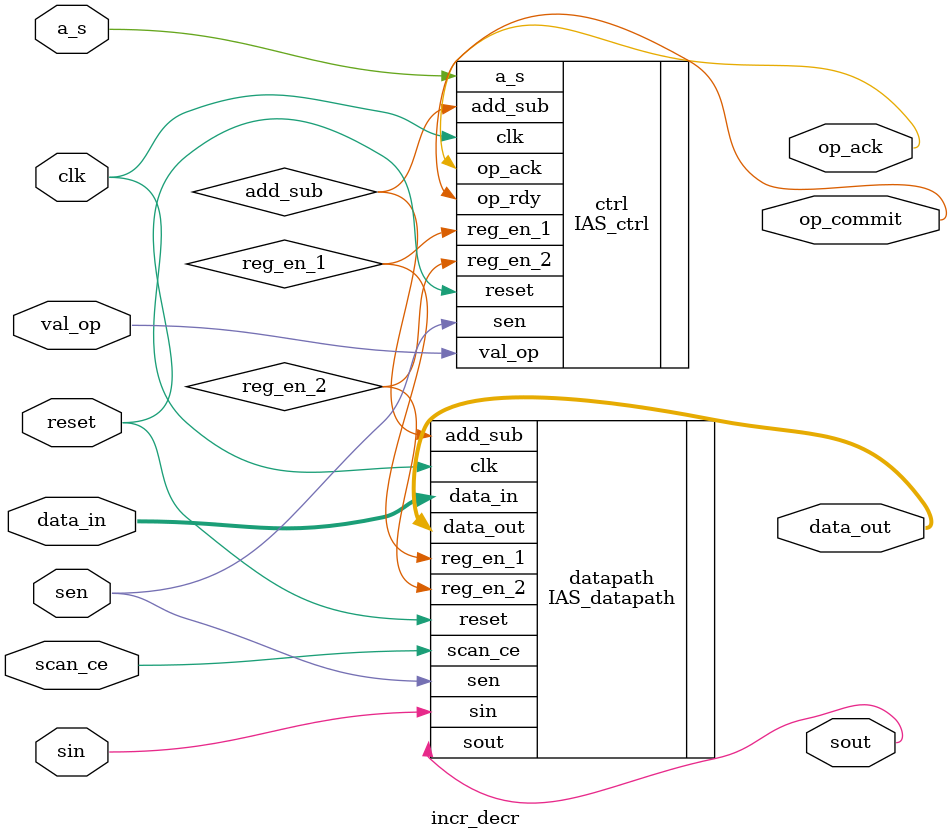
<source format=v>
`timescale 1ns / 100ps

module incr_decr(
	input [7:0] data_in,
  output [7:0] data_out,
  input clk,
  input reset,
  input a_s,

  input val_op,
  output op_ack,
  output op_commit,
  
  input sen,
  input scan_ce,
  output sout,
  input sin
); 
  IAS_datapath datapath (
    .data_in(data_in), 
    .data_out(data_out), 
    .clk(clk), 
    .reset(reset), 
    .add_sub(add_sub), 
    .reg_en_1(reg_en_1), 
    .reg_en_2(reg_en_2), 
    .sin(sin), 
    .sout(sout), 
    .sen(sen),
    .scan_ce(scan_ce)
    );
 
  IAS_ctrl ctrl (
    .clk(clk), 
    .reset(reset), 
    .val_op(val_op), 
    .op_rdy(op_commit),
    .op_ack(op_ack),
    .a_s(a_s), 
    .reg_en_1(reg_en_1), 
    .reg_en_2(reg_en_2), 
    .add_sub(add_sub), 
    .sen(sen)
    );

endmodule

</source>
